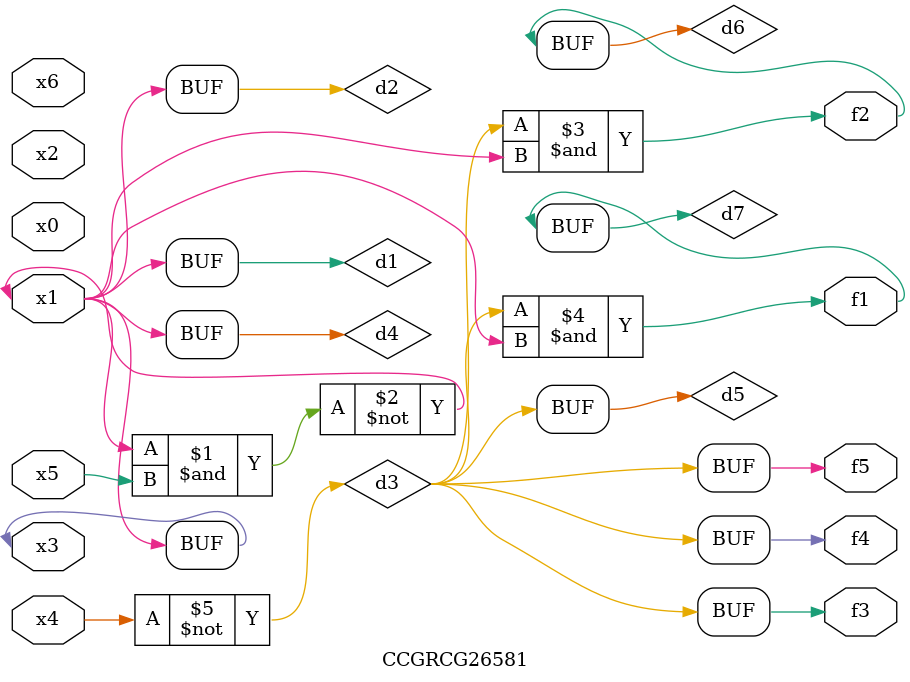
<source format=v>
module CCGRCG26581(
	input x0, x1, x2, x3, x4, x5, x6,
	output f1, f2, f3, f4, f5
);

	wire d1, d2, d3, d4, d5, d6, d7;

	buf (d1, x1, x3);
	nand (d2, x1, x5);
	not (d3, x4);
	buf (d4, d1, d2);
	buf (d5, d3);
	and (d6, d3, d4);
	and (d7, d3, d4);
	assign f1 = d7;
	assign f2 = d6;
	assign f3 = d5;
	assign f4 = d5;
	assign f5 = d5;
endmodule

</source>
